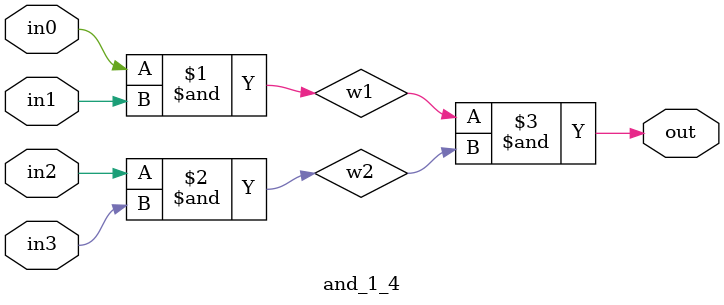
<source format=v>
module and_1_4(out,in0,in1,in2,in3);
	input in0,in1,in2,in3;
	output out;
	wire w1,w2;
	and and1(w1,in0,in1);
	and and2(w2,in2,in3);
	and and3(out,w1,w2);
endmodule
	
</source>
